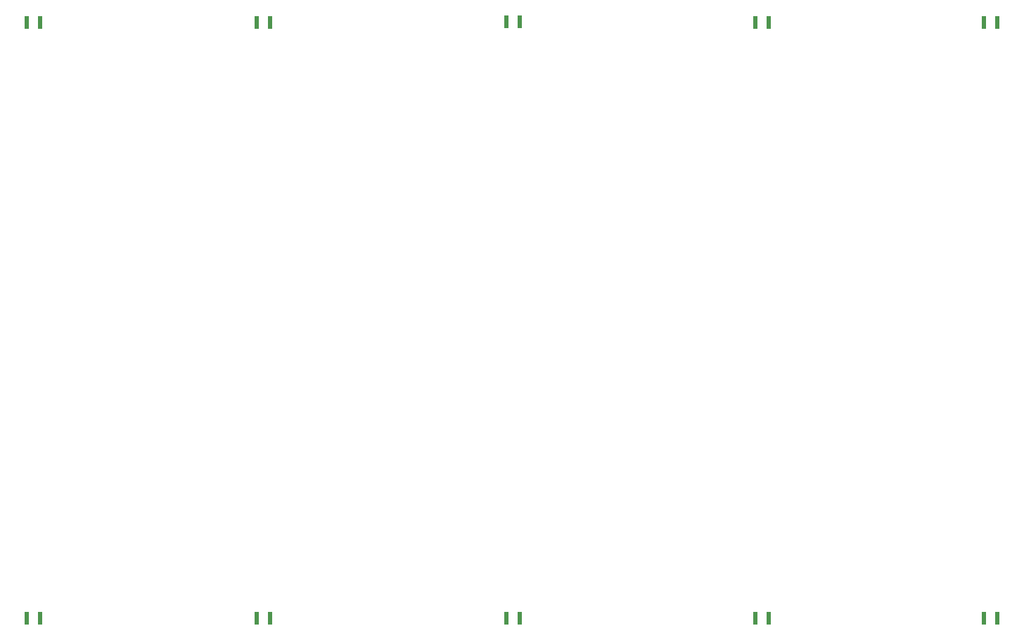
<source format=gbr>
%TF.GenerationSoftware,KiCad,Pcbnew,(7.0.0-0)*%
%TF.CreationDate,2023-03-23T21:01:42+01:00*%
%TF.ProjectId,SimpleECG_v0,53696d70-6c65-4454-9347-5f76302e6b69,rev?*%
%TF.SameCoordinates,Original*%
%TF.FileFunction,Paste,Bot*%
%TF.FilePolarity,Positive*%
%FSLAX46Y46*%
G04 Gerber Fmt 4.6, Leading zero omitted, Abs format (unit mm)*
G04 Created by KiCad (PCBNEW (7.0.0-0)) date 2023-03-23 21:01:42*
%MOMM*%
%LPD*%
G01*
G04 APERTURE LIST*
%ADD10R,0.600000X1.500000*%
G04 APERTURE END LIST*
D10*
%TO.C,SHLD4*%
X82199999Y-91899999D03*
X83799999Y-91899999D03*
%TD*%
%TO.C,SHLD4*%
X143799999Y-20061499D03*
X142199999Y-20061499D03*
%TD*%
%TO.C,SHLD4*%
X83799999Y-20061499D03*
X82199999Y-20061499D03*
%TD*%
%TO.C,SHLD4*%
X142199999Y-91938499D03*
X143799999Y-91938499D03*
%TD*%
%TO.C,SHLD4*%
X112199999Y-91938499D03*
X113799999Y-91938499D03*
%TD*%
%TO.C,SHLD4*%
X56099999Y-20061499D03*
X54499999Y-20061499D03*
%TD*%
%TO.C,SHLD4*%
X171299999Y-20061499D03*
X169699999Y-20061499D03*
%TD*%
%TO.C,SHLD4*%
X113799999Y-19999999D03*
X112199999Y-19999999D03*
%TD*%
%TO.C,SHLD4*%
X169699999Y-91938499D03*
X171299999Y-91938499D03*
%TD*%
%TO.C,SHLD4*%
X54499999Y-91938499D03*
X56099999Y-91938499D03*
%TD*%
M02*

</source>
